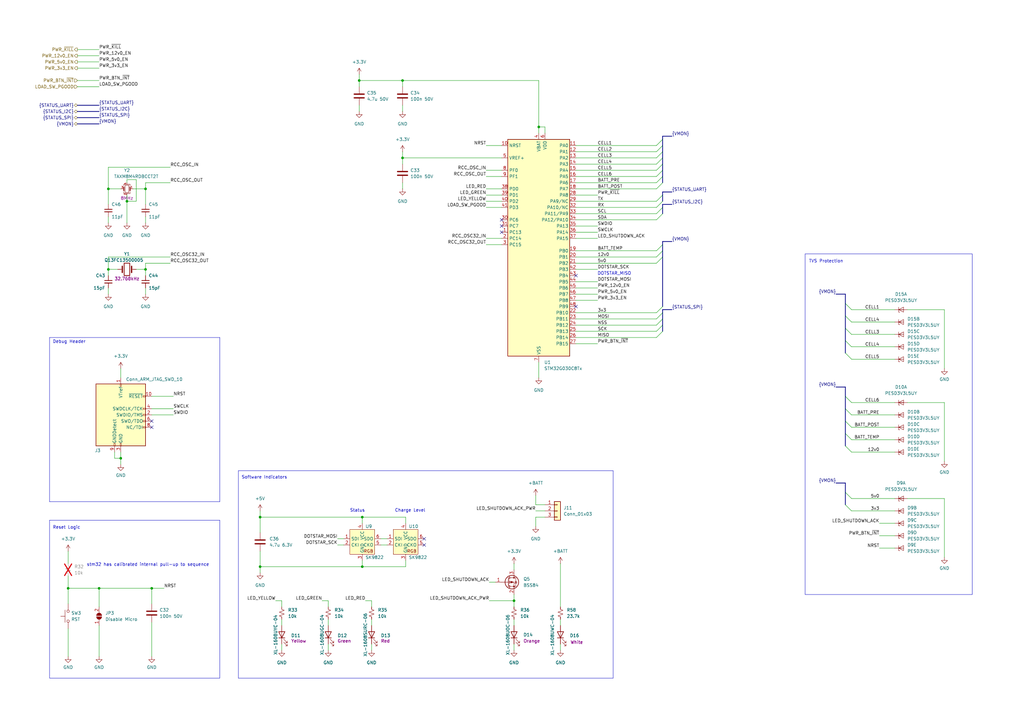
<source format=kicad_sch>
(kicad_sch (version 20231120) (generator "eeschema") (generator_version "8.0")
  (paper "A3")
  (lib_symbols
    (symbol "AT-LED:SK9822"
      (property "Reference" "U" (at 1.27 6.35 0))
      (property "Value" "SK9822" (at 5.08 -6.35 0))
      (symbol "SK9822_0_0"
        (text "RGB" (at 2.54 -3.81 0) (effects (font (size 1.27 1.27))))
      )
      (symbol "SK9822_1_1"
        (pin input line (at -7.62 1.27 0) (length 2.54) (name "SDI") (number "1"))
        (pin input line (at -7.62 -1.27 0) (length 2.54) (name "CKI") (number "2"))
        (pin power_in line (at 0 -7.62 90) (length 2.54) (name "GND") (number "3"))
        (pin power_in line (at 0 7.62 270) (length 2.54) (name "VCC") (number "4"))
        (pin output line (at 7.62 -1.27 180) (length 2.54) (name "CKO") (number "5"))
        (pin output line (at 7.62 1.27 180) (length 2.54) (name "SDO") (number "6"))
      )
    )
    (symbol "Connector:Conn_ARM_JTAG_SWD_10" (pin_names (offset 1.016))
      (property "Reference" "J" (at -2.54 16.51 0))
      (property "Value" "Conn_ARM_JTAG_SWD_10" (at -2.54 13.97 0))
      (symbol "Conn_ARM_JTAG_SWD_10_1_1"
        (pin power_in line (at 0 15.24 270) (length 2.54) (name "VTref") (number "1"))
        (pin open_collector line (at 12.7 7.62 180) (length 2.54) (name "~{RESET}") (number "10"))
        (pin bidirectional line (at 12.7 0 180) (length 2.54) (name "SWDIO/TMS") (number "2"))
        (pin power_in line (at 0 -15.24 90) (length 2.54) (name "GND") (number "3"))
        (pin output line (at 12.7 2.54 180) (length 2.54) (name "SWDCLK/TCK") (number "4"))
        (pin passive line (at 0 -15.24 90) (length 2.54) hide (name "GND") (number "5"))
        (pin input line (at 12.7 -2.54 180) (length 2.54) (name "SWO/TDO") (number "6"))
        (pin no_connect line (at -10.16 0 0) (length 2.54) hide (name "KEY") (number "7"))
        (pin output line (at 12.7 -5.08 180) (length 2.54) (name "NC/TDI") (number "8"))
        (pin passive line (at -2.54 -15.24 90) (length 2.54) (name "GNDDetect") (number "9"))
      )
    )
    (symbol "Connector_Generic:Conn_01x03" (pin_names (offset 1.016) hide)
      (property "Reference" "J" (at 0 5.08 0))
      (property "Value" "Conn_01x03" (at 0 -5.08 0))
      (symbol "Conn_01x03_1_1"
        (pin passive line (at -5.08 2.54 0) (length 3.81) (name "Pin_1") (number "1"))
        (pin passive line (at -5.08 0 0) (length 3.81) (name "Pin_2") (number "2"))
        (pin passive line (at -5.08 -2.54 0) (length 3.81) (name "Pin_3") (number "3"))
      )
    )
    (symbol "Device:C" (pin_numbers hide) (pin_names (offset 0.254))
      (property "Reference" "C" (at 0.635 2.54 0))
      (property "Value" "C" (at 0.635 -2.54 0))
      (symbol "C_1_1"
        (pin passive line (at 0 3.81 270) (length 2.794) (name "~") (number "1"))
        (pin passive line (at 0 -3.81 90) (length 2.794) (name "~") (number "2"))
      )
    )
    (symbol "Device:C_Small" (pin_numbers hide) (pin_names (offset 0.254) hide)
      (property "Reference" "C" (at 0.254 1.778 0))
      (property "Value" "C_Small" (at 0.254 -2.032 0))
      (symbol "C_Small_1_1"
        (pin passive line (at 0 2.54 270) (length 2.032) (name "~") (number "1"))
        (pin passive line (at 0 -2.54 90) (length 2.032) (name "~") (number "2"))
      )
    )
    (symbol "Device:Crystal" (pin_numbers hide) (pin_names (offset 1.016) hide)
      (property "Reference" "Y" (at 0 3.81 0))
      (property "Value" "Crystal" (at 0 -3.81 0))
      (symbol "Crystal_1_1"
        (pin passive line (at -3.81 0 0) (length 1.27) (name "1") (number "1"))
        (pin passive line (at 3.81 0 180) (length 1.27) (name "2") (number "2"))
      )
    )
    (symbol "Device:Crystal_GND24_Small" (pin_names (offset 1.016) hide)
      (property "Reference" "Y" (at 1.27 4.445 0))
      (property "Value" "Crystal_GND24_Small" (at 1.27 2.54 0))
      (symbol "Crystal_GND24_Small_1_1"
        (pin passive line (at -2.54 0 0) (length 1.27) (name "1") (number "1"))
        (pin passive line (at 0 -2.54 90) (length 0.635) (name "2") (number "2"))
        (pin passive line (at 2.54 0 180) (length 1.27) (name "3") (number "3"))
        (pin passive line (at 0 2.54 270) (length 0.635) (name "4") (number "4"))
      )
    )
    (symbol "Device:LED" (pin_numbers hide) (pin_names (offset 1.016) hide)
      (property "Reference" "D" (at 0 2.54 0))
      (property "Value" "LED" (at 0 -2.54 0))
      (symbol "LED_1_1"
        (pin passive line (at -3.81 0 0) (length 2.54) (name "K") (number "1"))
        (pin passive line (at 3.81 0 180) (length 2.54) (name "A") (number "2"))
      )
    )
    (symbol "Device:R_Small_US" (pin_numbers hide) (pin_names (offset 0.254) hide)
      (property "Reference" "R" (at 0.762 0.508 0))
      (property "Value" "R_Small_US" (at 0.762 -1.016 0))
      (symbol "R_Small_US_1_1"
        (pin passive line (at 0 2.54 270) (length 1.016) (name "~") (number "1"))
        (pin passive line (at 0 -2.54 90) (length 1.016) (name "~") (number "2"))
      )
    )
    (symbol "GND_1" (power) (pin_numbers hide) (pin_names (offset 0) hide)
      (property "Value" "GND" (at 0 -3.81 0))
      (symbol "GND_1_1_1"
        (pin power_in line (at 0 0 270) (length 0) (name "~") (number "1"))
      )
    )
    (symbol "Jumper:SolderJumper_2_Open" (pin_names (offset 0) hide)
      (property "Reference" "JP" (at 0 2.032 0))
      (property "Value" "SolderJumper_2_Open" (at 0 -2.54 0))
      (symbol "SolderJumper_2_Open_1_1"
        (pin passive line (at -3.81 0 0) (length 2.54) (name "A") (number "1"))
        (pin passive line (at 3.81 0 180) (length 2.54) (name "B") (number "2"))
      )
    )
    (symbol "MCU_ST_STM32G0:STM32G030C8Tx"
      (property "Reference" "U" (at -12.7 46.99 0))
      (property "Value" "STM32G030C8Tx" (at 5.08 46.99 0))
      (symbol "STM32G030C8Tx_1_1"
        (pin bidirectional line (at -15.24 7.62 0) (length 2.54) (name "PC13") (number "1"))
        (pin input line (at -15.24 43.18 0) (length 2.54) (name "NRST") (number "10"))
        (pin bidirectional line (at 15.24 43.18 180) (length 2.54) (name "PA0") (number "11"))
        (pin bidirectional line (at 15.24 40.64 180) (length 2.54) (name "PA1") (number "12"))
        (pin bidirectional line (at 15.24 38.1 180) (length 2.54) (name "PA2") (number "13"))
        (pin bidirectional line (at 15.24 35.56 180) (length 2.54) (name "PA3") (number "14"))
        (pin bidirectional line (at 15.24 33.02 180) (length 2.54) (name "PA4") (number "15"))
        (pin bidirectional line (at 15.24 30.48 180) (length 2.54) (name "PA5") (number "16"))
        (pin bidirectional line (at 15.24 27.94 180) (length 2.54) (name "PA6") (number "17"))
        (pin bidirectional line (at 15.24 25.4 180) (length 2.54) (name "PA7") (number "18"))
        (pin bidirectional line (at 15.24 0 180) (length 2.54) (name "PB0") (number "19"))
        (pin bidirectional line (at -15.24 5.08 0) (length 2.54) (name "PC14") (number "2"))
        (pin bidirectional line (at 15.24 -2.54 180) (length 2.54) (name "PB1") (number "20"))
        (pin bidirectional line (at 15.24 -5.08 180) (length 2.54) (name "PB2") (number "21"))
        (pin bidirectional line (at 15.24 -25.4 180) (length 2.54) (name "PB10") (number "22"))
        (pin bidirectional line (at 15.24 -27.94 180) (length 2.54) (name "PB11") (number "23"))
        (pin bidirectional line (at 15.24 -30.48 180) (length 2.54) (name "PB12") (number "24"))
        (pin bidirectional line (at 15.24 -33.02 180) (length 2.54) (name "PB13") (number "25"))
        (pin bidirectional line (at 15.24 -35.56 180) (length 2.54) (name "PB14") (number "26"))
        (pin bidirectional line (at 15.24 -38.1 180) (length 2.54) (name "PB15") (number "27"))
        (pin bidirectional line (at 15.24 22.86 180) (length 2.54) (name "PA8") (number "28"))
        (pin bidirectional line (at 15.24 20.32 180) (length 2.54) (name "PA9/NC") (number "29"))
        (pin bidirectional line (at -15.24 2.54 0) (length 2.54) (name "PC15") (number "3"))
        (pin bidirectional line (at -15.24 12.7 0) (length 2.54) (name "PC6") (number "30"))
        (pin bidirectional line (at -15.24 10.16 0) (length 2.54) (name "PC7") (number "31"))
        (pin bidirectional line (at 15.24 17.78 180) (length 2.54) (name "PA10/NC") (number "32"))
        (pin bidirectional line (at 15.24 15.24 180) (length 2.54) (name "PA11/PA9") (number "33"))
        (pin bidirectional line (at 15.24 12.7 180) (length 2.54) (name "PA12/PA10") (number "34"))
        (pin bidirectional line (at 15.24 10.16 180) (length 2.54) (name "PA13") (number "35"))
        (pin bidirectional line (at 15.24 7.62 180) (length 2.54) (name "PA14") (number "36"))
        (pin bidirectional line (at 15.24 5.08 180) (length 2.54) (name "PA15") (number "37"))
        (pin bidirectional line (at -15.24 25.4 0) (length 2.54) (name "PD0") (number "38"))
        (pin bidirectional line (at -15.24 22.86 0) (length 2.54) (name "PD1") (number "39"))
        (pin power_in line (at 0 48.26 270) (length 2.54) (name "VBAT") (number "4"))
        (pin bidirectional line (at -15.24 20.32 0) (length 2.54) (name "PD2") (number "40"))
        (pin bidirectional line (at -15.24 17.78 0) (length 2.54) (name "PD3") (number "41"))
        (pin bidirectional line (at 15.24 -7.62 180) (length 2.54) (name "PB3") (number "42"))
        (pin bidirectional line (at 15.24 -10.16 180) (length 2.54) (name "PB4") (number "43"))
        (pin bidirectional line (at 15.24 -12.7 180) (length 2.54) (name "PB5") (number "44"))
        (pin bidirectional line (at 15.24 -15.24 180) (length 2.54) (name "PB6") (number "45"))
        (pin bidirectional line (at 15.24 -17.78 180) (length 2.54) (name "PB7") (number "46"))
        (pin bidirectional line (at 15.24 -20.32 180) (length 2.54) (name "PB8") (number "47"))
        (pin bidirectional line (at 15.24 -22.86 180) (length 2.54) (name "PB9") (number "48"))
        (pin input line (at -15.24 38.1 0) (length 2.54) (name "VREF+") (number "5"))
        (pin power_in line (at 2.54 48.26 270) (length 2.54) (name "VDD") (number "6"))
        (pin power_in line (at 0 -45.72 90) (length 2.54) (name "VSS") (number "7"))
        (pin bidirectional line (at -15.24 33.02 0) (length 2.54) (name "PF0") (number "8"))
        (pin bidirectional line (at -15.24 30.48 0) (length 2.54) (name "PF1") (number "9"))
      )
    )
    (symbol "Power_Protection:PESD3V3L5UY" (pin_numbers hide) (pin_names hide)
      (property "Reference" "D" (at 0 2.54 0))
      (property "Value" "PESD3V3L5UY" (at 0 -2.54 0))
      (symbol "PESD3V3L5UY_1_1"
        (pin passive line (at -2.54 0 0) (length 2.54) (name "K1") (number "1"))
        (pin passive line (at 2.54 0 180) (length 2.54) (name "A") (number "2"))
      )
      (symbol "PESD3V3L5UY_2_1"
        (pin passive line (at -2.54 0 0) (length 2.54) (name "K2") (number "3"))
      )
      (symbol "PESD3V3L5UY_3_1"
        (pin passive line (at -2.54 0 0) (length 2.54) (name "K3") (number "4"))
      )
      (symbol "PESD3V3L5UY_4_1"
        (pin passive line (at -2.54 0 0) (length 2.54) (name "K4") (number "5"))
      )
      (symbol "PESD3V3L5UY_5_1"
        (pin passive line (at -2.54 0 0) (length 2.54) (name "K5") (number "6"))
      )
    )
    (symbol "Switch:SW_Push" (pin_numbers hide) (pin_names (offset 1.016) hide)
      (property "Reference" "SW" (at 1.27 2.54 0))
      (property "Value" "SW_Push" (at 0 -1.524 0))
      (symbol "SW_Push_0_1"
        (pin passive line (at -5.08 0 0) (length 2.54) (name "1") (number "1"))
        (pin passive line (at 5.08 0 180) (length 2.54) (name "2") (number "2"))
      )
    )
    (symbol "Transistor_FET:BSS84" (pin_names hide)
      (property "Reference" "Q" (at 5.08 1.905 0))
      (property "Value" "BSS84" (at 5.08 0 0))
      (symbol "BSS84_1_1"
        (pin input line (at -5.08 0 0) (length 2.54) (name "G") (number "1"))
        (pin passive line (at 2.54 -5.08 90) (length 2.54) (name "S") (number "2"))
        (pin passive line (at 2.54 5.08 270) (length 2.54) (name "D") (number "3"))
      )
    )
    (symbol "power:+3.3V" (power) (pin_numbers hide) (pin_names (offset 0) hide)
      (property "Value" "+3.3V" (at 0 3.556 0))
      (symbol "+3.3V_1_1"
        (pin power_in line (at 0 0 90) (length 0) (name "~") (number "1"))
      )
    )
    (symbol "power:+5V" (power) (pin_names (offset 0))
      (property "Value" "+5V" (at 0 3.556 0))
      (symbol "+5V_1_1"
        (pin power_in line (at 0 0 90) (length 0) hide (name "+5V") (number "1"))
      )
    )
    (symbol "power:+BATT" (power) (pin_numbers hide) (pin_names (offset 0) hide)
      (property "Value" "+BATT" (at 0 3.556 0))
      (symbol "+BATT_1_1"
        (pin power_in line (at 0 0 90) (length 0) (name "~") (number "1"))
      )
    )
    (symbol "power:GND" (power) (pin_names (offset 0))
      (property "Value" "GND" (at 0 -3.81 0))
      (symbol "GND_1_1"
        (pin power_in line (at 0 0 270) (length 0) hide (name "GND") (number "1"))
      )
    )
  )
  (bus_alias "BATT_BALANCE" (members "CELL1" "CELL2" "CELL3" "CELL4" "CELL5" "CELL6"))
  (bus_alias "STATUS_I2C" (members "SDA" "SCL"))
  (bus_alias "STATUS_SPI" (members "MOSI" "MISO" "SCK" "NSS"))
  (bus_alias "STATUS_UART" (members "RX" "TX"))
  (bus_alias "VMON" (members "CELL1" "CELL2" "CELL3" "CELL4" "CELL5" "CELL6" "12v0" "5v0" "3v3" "BATT_PRE" "BATT_POST" "BATT_TEMP"))
  (junction (at 147.32 33.02))
  (junction (at 59.69 77.47))
  (junction (at 62.23 241.3))
  (junction (at 210.82 246.38))
  (junction (at 52.07 82.55))
  (junction (at 27.94 241.3))
  (junction (at 165.1 33.02))
  (junction (at 49.53 187.96))
  (junction (at 44.45 110.49))
  (junction (at 148.59 212.09))
  (junction (at 40.64 241.3))
  (junction (at 59.69 110.49))
  (junction (at 106.68 232.41))
  (junction (at 165.1 64.77))
  (junction (at 148.59 232.41))
  (junction (at 106.68 212.09))
  (junction (at 44.45 77.47))
  (junction (at 220.98 52.07))
  (no_connect (at 236.22 125.73))
  (no_connect (at 205.74 92.71))
  (no_connect (at 205.74 90.17))
  (no_connect (at 62.23 172.72))
  (no_connect (at 173.99 220.98))
  (no_connect (at 62.23 175.26))
  (no_connect (at 236.22 113.03))
  (no_connect (at 205.74 95.25))
  (no_connect (at 173.99 223.52))
  (bus_entry (at 271.78 133.35) (size -2.54 2.54))
  (bus_entry (at 271.78 105.41) (size -2.54 2.54))
  (bus_entry (at 271.78 59.69) (size -2.54 2.54))
  (bus_entry (at 271.78 87.63) (size -2.54 2.54))
  (bus_entry (at 346.71 167.64) (size 2.54 2.54))
  (bus_entry (at 271.78 80.01) (size -2.54 2.54))
  (bus_entry (at 271.78 74.93) (size -2.54 2.54))
  (bus_entry (at 271.78 135.89) (size -2.54 2.54))
  (bus_entry (at 271.78 57.15) (size -2.54 2.54))
  (bus_entry (at 271.78 102.87) (size -2.54 2.54))
  (bus_entry (at 346.71 177.8) (size 2.54 2.54))
  (bus_entry (at 346.71 172.72) (size 2.54 2.54))
  (bus_entry (at 346.71 162.56) (size 2.54 2.54))
  (bus_entry (at 346.71 201.93) (size 2.54 2.54))
  (bus_entry (at 271.78 72.39) (size -2.54 2.54))
  (bus_entry (at 271.78 85.09) (size -2.54 2.54))
  (bus_entry (at 346.71 134.62) (size 2.54 2.54))
  (bus_entry (at 346.71 144.78) (size 2.54 2.54))
  (bus_entry (at 346.71 124.46) (size 2.54 2.54))
  (bus_entry (at 271.78 64.77) (size -2.54 2.54))
  (bus_entry (at 346.71 129.54) (size 2.54 2.54))
  (bus_entry (at 271.78 82.55) (size -2.54 2.54))
  (bus_entry (at 271.78 62.23) (size -2.54 2.54))
  (bus_entry (at 346.71 207.01) (size 2.54 2.54))
  (bus_entry (at 271.78 100.33) (size -2.54 2.54))
  (bus_entry (at 271.78 125.73) (size -2.54 2.54))
  (bus_entry (at 271.78 67.31) (size -2.54 2.54))
  (bus_entry (at 346.71 139.7) (size 2.54 2.54))
  (bus_entry (at 271.78 69.85) (size -2.54 2.54))
  (bus_entry (at 271.78 128.27) (size -2.54 2.54))
  (bus_entry (at 271.78 130.81) (size -2.54 2.54))
  (bus_entry (at 346.71 182.88) (size 2.54 2.54))
  (bus (pts (xy 346.71 134.62) (xy 346.71 139.7)))
  (wire (pts (xy 349.25 127) (xy 367.03 127)))
  (bus (pts (xy 271.78 57.15) (xy 271.78 59.69)))
  (wire (pts (xy 31.75 22.86) (xy 40.64 22.86)))
  (wire (pts (xy 223.52 52.07) (xy 223.52 54.61)))
  (bus (pts (xy 31.75 48.26) (xy 40.64 48.26)))
  (wire (pts (xy 152.4 246.38) (xy 152.4 248.92)))
  (wire (pts (xy 199.39 80.01) (xy 205.74 80.01)))
  (wire (pts (xy 40.64 241.3) (xy 40.64 248.92)))
  (wire (pts (xy 152.4 264.16) (xy 152.4 266.7)))
  (wire (pts (xy 149.86 246.38) (xy 152.4 246.38)))
  (wire (pts (xy 31.75 33.02) (xy 40.64 33.02)))
  (bus (pts (xy 271.78 100.33) (xy 271.78 102.87)))
  (wire (pts (xy 199.39 72.39) (xy 205.74 72.39)))
  (wire (pts (xy 27.94 226.06) (xy 27.94 231.14)))
  (wire (pts (xy 372.11 165.1) (xy 387.35 165.1)))
  (bus (pts (xy 342.9 120.65) (xy 346.71 120.65)))
  (wire (pts (xy 49.53 187.96) (xy 49.53 190.5)))
  (wire (pts (xy 219.71 209.55) (xy 223.52 209.55)))
  (wire (pts (xy 219.71 207.01) (xy 223.52 207.01)))
  (wire (pts (xy 55.88 82.55) (xy 52.07 82.55)))
  (wire (pts (xy 31.75 20.32) (xy 40.64 20.32)))
  (wire (pts (xy 223.52 52.07) (xy 220.98 52.07)))
  (wire (pts (xy 59.69 118.11) (xy 59.69 120.65)))
  (wire (pts (xy 236.22 140.97) (xy 245.11 140.97)))
  (polyline (pts (xy 97.79 278.13) (xy 251.46 278.13)))
  (wire (pts (xy 49.53 185.42) (xy 49.53 187.96)))
  (bus (pts (xy 346.71 162.56) (xy 346.71 167.64)))
  (wire (pts (xy 40.64 241.3) (xy 27.94 241.3)))
  (wire (pts (xy 62.23 162.56) (xy 71.12 162.56)))
  (wire (pts (xy 349.25 142.24) (xy 367.03 142.24)))
  (bus (pts (xy 271.78 85.09) (xy 271.78 87.63)))
  (wire (pts (xy 148.59 212.09) (xy 148.59 214.63)))
  (wire (pts (xy 236.22 105.41) (xy 269.24 105.41)))
  (bus (pts (xy 271.78 55.88) (xy 271.78 57.15)))
  (wire (pts (xy 134.62 254) (xy 134.62 256.54)))
  (wire (pts (xy 46.99 187.96) (xy 49.53 187.96)))
  (wire (pts (xy 372.11 127) (xy 387.35 127)))
  (wire (pts (xy 349.25 132.08) (xy 367.03 132.08)))
  (wire (pts (xy 27.94 236.22) (xy 27.94 241.3)))
  (wire (pts (xy 31.75 25.4) (xy 40.64 25.4)))
  (wire (pts (xy 229.87 254) (xy 229.87 256.54)))
  (bus (pts (xy 271.78 72.39) (xy 271.78 74.93)))
  (wire (pts (xy 205.74 64.77) (xy 165.1 64.77)))
  (wire (pts (xy 48.26 110.49) (xy 44.45 110.49)))
  (wire (pts (xy 147.32 33.02) (xy 147.32 35.56)))
  (wire (pts (xy 199.39 100.33) (xy 205.74 100.33)))
  (wire (pts (xy 349.25 137.16) (xy 367.03 137.16)))
  (wire (pts (xy 49.53 77.47) (xy 44.45 77.47)))
  (wire (pts (xy 349.25 170.18) (xy 367.03 170.18)))
  (wire (pts (xy 236.22 95.25) (xy 245.11 95.25)))
  (wire (pts (xy 236.22 107.95) (xy 269.24 107.95)))
  (wire (pts (xy 113.03 246.38) (xy 115.57 246.38)))
  (wire (pts (xy 44.45 110.49) (xy 44.45 113.03)))
  (wire (pts (xy 229.87 231.14) (xy 229.87 248.92)))
  (wire (pts (xy 199.39 85.09) (xy 205.74 85.09)))
  (wire (pts (xy 236.22 92.71) (xy 245.11 92.71)))
  (bus (pts (xy 271.78 128.27) (xy 271.78 130.81)))
  (wire (pts (xy 199.39 82.55) (xy 205.74 82.55)))
  (wire (pts (xy 134.62 264.16) (xy 134.62 266.7)))
  (bus (pts (xy 271.78 78.74) (xy 271.78 80.01)))
  (wire (pts (xy 349.25 175.26) (xy 367.03 175.26)))
  (wire (pts (xy 236.22 110.49) (xy 245.11 110.49)))
  (wire (pts (xy 236.22 97.79) (xy 245.11 97.79)))
  (wire (pts (xy 44.45 105.41) (xy 69.85 105.41)))
  (wire (pts (xy 62.23 255.27) (xy 62.23 269.24)))
  (wire (pts (xy 148.59 212.09) (xy 166.37 212.09)))
  (wire (pts (xy 200.66 238.76) (xy 203.2 238.76)))
  (wire (pts (xy 59.69 110.49) (xy 59.69 107.95)))
  (bus (pts (xy 346.71 129.54) (xy 346.71 134.62)))
  (wire (pts (xy 106.68 209.55) (xy 106.68 212.09)))
  (wire (pts (xy 106.68 232.41) (xy 148.59 232.41)))
  (bus (pts (xy 271.78 127) (xy 271.78 128.27)))
  (wire (pts (xy 62.23 170.18) (xy 71.12 170.18)))
  (wire (pts (xy 236.22 90.17) (xy 269.24 90.17)))
  (wire (pts (xy 106.68 226.06) (xy 106.68 232.41)))
  (wire (pts (xy 132.08 246.38) (xy 134.62 246.38)))
  (bus (pts (xy 271.78 133.35) (xy 271.78 135.89)))
  (polyline (pts (xy 251.46 193.04) (xy 251.46 278.13)))
  (wire (pts (xy 223.52 212.09) (xy 219.71 212.09)))
  (bus (pts (xy 346.71 177.8) (xy 346.71 182.88)))
  (wire (pts (xy 44.45 68.58) (xy 44.45 77.47)))
  (wire (pts (xy 59.69 83.82) (xy 59.69 77.47)))
  (wire (pts (xy 219.71 212.09) (xy 219.71 215.9)))
  (wire (pts (xy 52.07 82.55) (xy 52.07 91.44)))
  (wire (pts (xy 236.22 64.77) (xy 269.24 64.77)))
  (wire (pts (xy 210.82 243.84) (xy 210.82 246.38)))
  (wire (pts (xy 349.25 209.55) (xy 367.03 209.55)))
  (wire (pts (xy 236.22 118.11) (xy 245.11 118.11)))
  (wire (pts (xy 236.22 85.09) (xy 269.24 85.09)))
  (wire (pts (xy 59.69 110.49) (xy 59.69 113.03)))
  (wire (pts (xy 31.75 27.94) (xy 40.64 27.94)))
  (wire (pts (xy 165.1 74.93) (xy 165.1 77.47)))
  (wire (pts (xy 62.23 241.3) (xy 67.31 241.3)))
  (wire (pts (xy 220.98 33.02) (xy 165.1 33.02)))
  (wire (pts (xy 236.22 62.23) (xy 269.24 62.23)))
  (bus (pts (xy 31.75 43.18) (xy 40.64 43.18)))
  (wire (pts (xy 349.25 185.42) (xy 367.03 185.42)))
  (wire (pts (xy 220.98 148.59) (xy 220.98 154.94)))
  (bus (pts (xy 271.78 67.31) (xy 271.78 69.85)))
  (bus (pts (xy 342.9 198.12) (xy 346.71 198.12)))
  (wire (pts (xy 158.75 220.98) (xy 156.21 220.98)))
  (wire (pts (xy 165.1 33.02) (xy 165.1 35.56)))
  (wire (pts (xy 219.71 203.2) (xy 219.71 207.01)))
  (wire (pts (xy 138.43 220.98) (xy 140.97 220.98)))
  (wire (pts (xy 236.22 128.27) (xy 269.24 128.27)))
  (bus (pts (xy 346.71 120.65) (xy 346.71 124.46)))
  (wire (pts (xy 148.59 232.41) (xy 166.37 232.41)))
  (wire (pts (xy 59.69 88.9) (xy 59.69 91.44)))
  (wire (pts (xy 236.22 123.19) (xy 245.11 123.19)))
  (bus (pts (xy 275.59 127) (xy 271.78 127)))
  (wire (pts (xy 165.1 33.02) (xy 147.32 33.02)))
  (wire (pts (xy 52.07 82.55) (xy 52.07 80.01)))
  (wire (pts (xy 52.07 73.66) (xy 55.88 73.66)))
  (bus (pts (xy 271.78 130.81) (xy 271.78 133.35)))
  (wire (pts (xy 147.32 43.18) (xy 147.32 45.72)))
  (bus (pts (xy 342.9 158.75) (xy 346.71 158.75)))
  (polyline (pts (xy 20.32 138.43) (xy 20.32 205.74)))
  (wire (pts (xy 62.23 167.64) (xy 71.12 167.64)))
  (wire (pts (xy 59.69 77.47) (xy 59.69 74.93)))
  (wire (pts (xy 158.75 223.52) (xy 156.21 223.52)))
  (bus (pts (xy 271.78 59.69) (xy 271.78 62.23)))
  (wire (pts (xy 349.25 165.1) (xy 367.03 165.1)))
  (wire (pts (xy 165.1 64.77) (xy 165.1 67.31)))
  (wire (pts (xy 236.22 82.55) (xy 269.24 82.55)))
  (wire (pts (xy 372.11 204.47) (xy 387.35 204.47)))
  (wire (pts (xy 27.94 241.3) (xy 27.94 247.65)))
  (wire (pts (xy 115.57 254) (xy 115.57 256.54)))
  (wire (pts (xy 152.4 254) (xy 152.4 256.54)))
  (wire (pts (xy 349.25 147.32) (xy 367.03 147.32)))
  (wire (pts (xy 49.53 151.13) (xy 49.53 154.94)))
  (wire (pts (xy 220.98 54.61) (xy 220.98 52.07)))
  (bus (pts (xy 346.71 124.46) (xy 346.71 129.54)))
  (wire (pts (xy 148.59 229.87) (xy 148.59 232.41)))
  (polyline (pts (xy 20.32 138.43) (xy 90.17 138.43)))
  (wire (pts (xy 210.82 256.54) (xy 210.82 254)))
  (wire (pts (xy 115.57 246.38) (xy 115.57 248.92)))
  (polyline (pts (xy 90.17 138.43) (xy 90.17 205.74)))
  (wire (pts (xy 210.82 246.38) (xy 210.82 248.92)))
  (wire (pts (xy 59.69 74.93) (xy 69.85 74.93)))
  (wire (pts (xy 236.22 87.63) (xy 269.24 87.63)))
  (wire (pts (xy 44.45 68.58) (xy 69.85 68.58)))
  (wire (pts (xy 236.22 67.31) (xy 269.24 67.31)))
  (wire (pts (xy 236.22 130.81) (xy 269.24 130.81)))
  (bus (pts (xy 31.75 45.72) (xy 40.64 45.72)))
  (bus (pts (xy 271.78 80.01) (xy 271.78 82.55)))
  (bus (pts (xy 346.71 198.12) (xy 346.71 201.93)))
  (wire (pts (xy 199.39 97.79) (xy 205.74 97.79)))
  (wire (pts (xy 44.45 88.9) (xy 44.45 91.44)))
  (polyline (pts (xy 251.46 193.04) (xy 97.79 193.04)))
  (wire (pts (xy 236.22 80.01) (xy 245.11 80.01)))
  (wire (pts (xy 46.99 185.42) (xy 46.99 187.96)))
  (wire (pts (xy 55.88 110.49) (xy 59.69 110.49)))
  (wire (pts (xy 54.61 77.47) (xy 59.69 77.47)))
  (wire (pts (xy 40.64 241.3) (xy 62.23 241.3)))
  (wire (pts (xy 115.57 264.16) (xy 115.57 266.7)))
  (polyline (pts (xy 90.17 205.74) (xy 20.32 205.74)))
  (bus (pts (xy 271.78 62.23) (xy 271.78 64.77)))
  (bus (pts (xy 271.78 102.87) (xy 271.78 105.41)))
  (bus (pts (xy 275.59 99.06) (xy 271.78 99.06)))
  (wire (pts (xy 387.35 127) (xy 387.35 151.13)))
  (bus (pts (xy 271.78 99.06) (xy 271.78 100.33)))
  (wire (pts (xy 138.43 223.52) (xy 140.97 223.52)))
  (wire (pts (xy 27.94 257.81) (xy 27.94 269.24)))
  (wire (pts (xy 199.39 59.69) (xy 205.74 59.69)))
  (wire (pts (xy 236.22 74.93) (xy 269.24 74.93)))
  (bus (pts (xy 271.78 105.41) (xy 271.78 125.73)))
  (bus (pts (xy 271.78 64.77) (xy 271.78 67.31)))
  (wire (pts (xy 44.45 118.11) (xy 44.45 120.65)))
  (wire (pts (xy 387.35 204.47) (xy 387.35 228.6)))
  (wire (pts (xy 134.62 246.38) (xy 134.62 248.92)))
  (bus (pts (xy 346.71 172.72) (xy 346.71 177.8)))
  (wire (pts (xy 166.37 212.09) (xy 166.37 214.63)))
  (wire (pts (xy 349.25 180.34) (xy 367.03 180.34)))
  (wire (pts (xy 44.45 110.49) (xy 44.45 105.41)))
  (bus (pts (xy 275.59 55.88) (xy 271.78 55.88)))
  (wire (pts (xy 360.68 219.71) (xy 367.03 219.71)))
  (bus (pts (xy 346.71 201.93) (xy 346.71 207.01)))
  (wire (pts (xy 59.69 107.95) (xy 69.85 107.95)))
  (wire (pts (xy 166.37 229.87) (xy 166.37 232.41)))
  (wire (pts (xy 52.07 74.93) (xy 52.07 73.66)))
  (wire (pts (xy 236.22 115.57) (xy 245.11 115.57)))
  (wire (pts (xy 62.23 241.3) (xy 62.23 247.65)))
  (wire (pts (xy 236.22 69.85) (xy 269.24 69.85)))
  (polyline (pts (xy 97.79 193.04) (xy 97.79 278.13)))
  (wire (pts (xy 210.82 231.14) (xy 210.82 233.68)))
  (wire (pts (xy 55.88 73.66) (xy 55.88 82.55)))
  (wire (pts (xy 220.98 52.07) (xy 220.98 33.02)))
  (bus (pts (xy 346.71 139.7) (xy 346.71 144.78)))
  (bus (pts (xy 271.78 69.85) (xy 271.78 72.39)))
  (wire (pts (xy 165.1 62.23) (xy 165.1 64.77)))
  (bus (pts (xy 275.59 78.74) (xy 271.78 78.74)))
  (wire (pts (xy 367.03 214.63) (xy 360.68 214.63)))
  (wire (pts (xy 40.64 35.56) (xy 31.75 35.56)))
  (wire (pts (xy 236.22 120.65) (xy 245.11 120.65)))
  (wire (pts (xy 387.35 165.1) (xy 387.35 189.23)))
  (wire (pts (xy 199.39 77.47) (xy 205.74 77.47)))
  (wire (pts (xy 236.22 59.69) (xy 269.24 59.69)))
  (wire (pts (xy 236.22 138.43) (xy 269.24 138.43)))
  (wire (pts (xy 106.68 232.41) (xy 106.68 234.95)))
  (wire (pts (xy 200.66 246.38) (xy 210.82 246.38)))
  (wire (pts (xy 236.22 77.47) (xy 269.24 77.47)))
  (wire (pts (xy 147.32 30.48) (xy 147.32 33.02)))
  (bus (pts (xy 275.59 83.82) (xy 271.78 83.82)))
  (wire (pts (xy 367.03 224.79) (xy 360.68 224.79)))
  (bus (pts (xy 271.78 83.82) (xy 271.78 85.09)))
  (bus (pts (xy 346.71 158.75) (xy 346.71 162.56)))
  (wire (pts (xy 236.22 135.89) (xy 269.24 135.89)))
  (wire (pts (xy 165.1 43.18) (xy 165.1 45.72)))
  (wire (pts (xy 210.82 264.16) (xy 210.82 266.7)))
  (wire (pts (xy 236.22 133.35) (xy 269.24 133.35)))
  (wire (pts (xy 44.45 77.47) (xy 44.45 83.82)))
  (bus (pts (xy 31.75 50.8) (xy 40.64 50.8)))
  (wire (pts (xy 106.68 212.09) (xy 106.68 218.44)))
  (wire (pts (xy 40.64 256.54) (xy 40.64 269.24)))
  (bus (pts (xy 346.71 167.64) (xy 346.71 172.72)))
  (wire (pts (xy 349.25 204.47) (xy 367.03 204.47)))
  (wire (pts (xy 236.22 102.87) (xy 269.24 102.87)))
  (wire (pts (xy 229.87 264.16) (xy 229.87 266.7)))
  (wire (pts (xy 199.39 69.85) (xy 205.74 69.85)))
  (wire (pts (xy 106.68 212.09) (xy 148.59 212.09)))
  (wire (pts (xy 236.22 72.39) (xy 269.24 72.39)))
  (rectangle (start 330.2 104.14) (end 398.78 243.84))
  (rectangle (start 20.32 213.36) (end 90.17 278.13))
  (text "Charge Level" (at 161.925 210.185 0) (effects (font (size 1.27 1.27)) (justify left bottom)))
  (text "Reset Logic" (at 21.59 217.17 0) (effects (font (size 1.27 1.27)) (justify left bottom)))
  (text "stm32 has calibrated internal pull-up to sequence" (at 35.56 232.41 0) (effects (font (size 1.27 1.27)) (justify left bottom)))
  (text "TVS Protection" (at 331.724 107.95 0) (effects (font (size 1.27 1.27)) (justify left bottom)))
  (text "Status" (at 143.51 210.185 0) (effects (font (size 1.27 1.27)) (justify left bottom)))
  (text "Software Indicators" (at 99.06 196.596 0) (effects (font (size 1.27 1.27)) (justify left bottom)))
  (text "Debug Header" (at 21.59 140.97 0) (effects (font (size 1.27 1.27)) (justify left bottom)))
  (text "DOTSTAR_MISO" (at 251.968 112.268 0) (effects (font (size 1.27 1.27))))
  (label "LED_SHUTDOWN_ACK" (at 245.11 97.79 0))
  (label "BATT_POST" (at 360.68 175.26 180))
  (label "12v0" (at 245.11 105.41 0))
  (label "PWR_12v0_EN" (at 245.11 118.11 0))
  (label "CELL4" (at 360.68 132.08 180))
  (label "3v3" (at 245.11 128.27 0))
  (label "MOSI" (at 245.11 130.81 0))
  (label "DOTSTAR_MOSI" (at 245.11 115.57 0))
  (label "CELL5" (at 360.68 147.32 180))
  (label "LED_RED" (at 149.86 246.38 180))
  (label "PWR_~{KILL}" (at 40.64 20.32 0))
  (label "LOAD_SW_PGOOD" (at 40.64 35.56 0))
  (label "RCC_OSC_OUT" (at 199.39 72.39 180))
  (label "CELL4" (at 360.68 142.24 180))
  (label "SWDIO" (at 71.12 170.18 0))
  (label "{STATUS_UART}" (at 275.59 78.74 0))
  (label "{STATUS_I2C}" (at 275.59 83.82 0))
  (label "PWR_BTN_~{INT}" (at 40.64 33.02 0))
  (label "DOTSTAR_SCK" (at 138.43 223.52 180))
  (label "BATT_POST" (at 245.11 77.47 0))
  (label "{VMON}" (at 342.9 158.75 180))
  (label "RCC_OSC32_OUT" (at 69.85 107.95 0))
  (label "SWCLK" (at 71.12 167.64 0))
  (label "CELL5" (at 245.11 69.85 0))
  (label "RCC_OSC32_IN" (at 69.85 105.41 0))
  (label "MISO" (at 245.11 138.43 0))
  (label "{VMON}" (at 342.9 198.12 180))
  (label "CELL3" (at 245.11 64.77 0))
  (label "{STATUS_I2C}" (at 40.64 45.72 0))
  (label "DOTSTAR_SCK" (at 245.11 110.49 0))
  (label "TX" (at 245.11 82.55 0))
  (label "LED_SHUTDOWN_ACK" (at 200.66 238.76 180))
  (label "CELL3" (at 360.68 137.16 180))
  (label "NRST" (at 199.39 59.69 180))
  (label "SWCLK" (at 245.11 95.25 0))
  (label "SCK" (at 245.11 135.89 0))
  (label "PWR_3v3_EN" (at 40.64 27.94 0))
  (label "NRST" (at 67.31 241.3 0))
  (label "BATT_PRE" (at 360.68 170.18 180))
  (label "LED_YELLOW" (at 113.03 246.38 180))
  (label "{VMON}" (at 275.59 99.06 0))
  (label "{VMON}" (at 342.9 120.65 180))
  (label "RX" (at 245.11 85.09 0))
  (label "{STATUS_SPI}" (at 40.64 48.26 0))
  (label "{STATUS_SPI}" (at 275.59 127 0))
  (label "{STATUS_UART}" (at 40.64 43.18 0))
  (label "PWR_BTN_~{INT}" (at 360.68 219.71 180))
  (label "SCL" (at 245.11 87.63 0))
  (label "LED_GREEN" (at 199.39 80.01 180))
  (label "PWR_BTN_~{INT}" (at 245.11 140.97 0))
  (label "LED_YELLOW" (at 199.39 82.55 180))
  (label "LED_SHUTDOWN_ACK_PWR" (at 200.66 246.38 180))
  (label "CELL2" (at 245.11 62.23 0))
  (label "CELL6" (at 360.68 165.1 180))
  (label "CELL1" (at 360.68 127 180))
  (label "BATT_PRE" (at 245.11 74.93 0))
  (label "DOTSTAR_MOSI" (at 138.43 220.98 180))
  (label "LED_RED" (at 199.39 77.47 180))
  (label "{VMON}" (at 40.64 50.8 0))
  (label "PWR_5v0_EN" (at 40.64 25.4 0))
  (label "RCC_OSC_OUT" (at 69.85 74.93 0))
  (label "LED_GREEN" (at 132.08 246.38 180))
  (label "NRST" (at 71.12 162.56 0))
  (label "PWR_12v0_EN" (at 40.64 22.86 0))
  (label "PWR_3v3_EN" (at 245.11 123.19 0))
  (label "LED_SHUTDOWN_ACK_PWR" (at 219.71 209.55 180))
  (label "RCC_OSC32_OUT" (at 199.39 100.33 180))
  (label "NRST" (at 360.68 224.79 180))
  (label "CELL1" (at 245.11 59.69 0))
  (label "PWR_5v0_EN" (at 245.11 120.65 0))
  (label "RCC_OSC_IN" (at 69.85 68.58 0))
  (label "NSS" (at 245.11 133.35 0))
  (label "CELL6" (at 245.11 72.39 0))
  (label "RCC_OSC32_IN" (at 199.39 97.79 180))
  (label "5v0" (at 360.68 204.47 180))
  (label "BATT_TEMP" (at 245.11 102.87 0))
  (label "PWR_~{KILL}" (at 245.11 80.01 0))
  (label "SDA" (at 245.11 90.17 0))
  (label "5v0" (at 245.11 107.95 0))
  (label "BATT_TEMP" (at 360.68 180.34 180))
  (label "SWDIO" (at 245.11 92.71 0))
  (label "LOAD_SW_PGOOD" (at 199.39 85.09 180))
  (label "{VMON}" (at 275.59 55.88 0))
  (label "12v0" (at 360.68 185.42 180))
  (label "CELL4" (at 245.11 67.31 0))
  (label "RCC_OSC_IN" (at 199.39 69.85 180))
  (label "3v3" (at 360.68 209.55 180))
  (label "LED_SHUTDOWN_ACK" (at 360.68 214.63 180))
  (hierarchical_label "LOAD_SW_PGOOD" (shape input) (at 31.75 35.56 180))
  (hierarchical_label "PWR_3v3_EN" (shape output) (at 31.75 27.94 180))
  (hierarchical_label "{STATUS_SPI}" (shape bidirectional) (at 31.75 48.26 180))
  (hierarchical_label "{STATUS_I2C}" (shape bidirectional) (at 31.75 45.72 180))
  (hierarchical_label "PWR_~{KILL}" (shape output) (at 31.75 20.32 180))
  (hierarchical_label "PWR_12v0_EN" (shape output) (at 31.75 22.86 180))
  (hierarchical_label "PWR_5v0_EN" (shape output) (at 31.75 25.4 180))
  (hierarchical_label "{VMON}" (shape bidirectional) (at 31.75 50.8 180))
  (hierarchical_label "PWR_BTN_~{INT}" (shape input) (at 31.75 33.02 180))
  (hierarchical_label "{STATUS_UART}" (shape bidirectional) (at 31.75 43.18 180))
  (symbol (lib_name "GND_1") (lib_id "power:GND") (at 147.32 45.72 0) (unit 1)
    (property "Reference" "#PWR069" (effects (hide yes)))
    (property "Value" "GND" (at 147.32 50.8 0))
    (property "Description" "Power symbol creates a global label with name \"GND\" , ground" (effects (hide yes)))
  )
  (symbol (lib_name "GND_1") (lib_id "power:GND") (at 165.1 45.72 0) (unit 1)
    (property "Reference" "#PWR070" (effects (hide yes)))
    (property "Value" "GND" (at 165.1 50.8 0))
    (property "Description" "Power symbol creates a global label with name \"GND\" , ground" (effects (hide yes)))
  )
  (symbol (lib_id "Power_Protection:PESD3V3L5UY") (at 369.57 165.1 0) (unit 1)
    (property "Reference" "D10" (at 369.57 158.75 0))
    (property "Value" "PESD3V3L5UY" (at 369.57 161.29 0))
    (property "Footprint" "Package_TO_SOT_SMD:SOT-363_SC-70-6" (effects (hide yes)))
    (property "Datasheet" "https://assets.nexperia.com/documents/data-sheet/PESDXL5UF_V_Y.pdf" (effects (hide yes)))
  )
  (symbol (lib_id "Power_Protection:PESD3V3L5UY") (at 369.57 142.24 0) (unit 4)
    (property "Reference" "D15" (at 372.11 140.97 0) (effects (justify left)))
    (property "Value" "PESD3V3L5UY" (at 372.11 143.51 0) (effects (justify left)))
    (property "Footprint" "Package_TO_SOT_SMD:SOT-363_SC-70-6" (effects (hide yes)))
    (property "Datasheet" "https://assets.nexperia.com/documents/data-sheet/PESDXL5UF_V_Y.pdf" (effects (hide yes)))
  )
  (symbol (lib_id "power:GND") (at 387.35 151.13 0) (unit 1)
    (property "Reference" "#PWR0100" (effects (hide yes)))
    (property "Value" "GND" (at 387.35 155.575 0))
  )
  (symbol (lib_id "Device:C") (at 165.1 39.37 0) (unit 1)
    (property "Reference" "C34" (at 168.275 38.0999 0) (effects (justify left)))
    (property "Value" "100n 50V" (at 168.275 40.6399 0) (effects (justify left)))
    (property "Footprint" "Capacitor_SMD:C_0402_1005Metric" (effects (hide yes)))
  )
  (symbol (lib_id "power:+3.3V") (at 49.53 151.13 0) (unit 1)
    (property "Reference" "#PWR060" (effects (hide yes)))
    (property "Value" "+3.3V" (at 49.53 146.05 0))
    (property "Description" "Power symbol creates a global label with name \"+3.3V\"" (effects (hide yes)))
  )
  (symbol (lib_name "GND_1") (lib_id "power:GND") (at 220.98 154.94 0) (unit 1)
    (property "Reference" "#PWR067" (effects (hide yes)))
    (property "Value" "GND" (at 220.98 160.02 0))
    (property "Description" "Power symbol creates a global label with name \"GND\" , ground" (effects (hide yes)))
  )
  (symbol (lib_id "power:GND") (at 44.45 120.65 0) (unit 1)
    (property "Reference" "#PWR0117" (effects (hide yes)))
    (property "Value" "GND" (at 44.45 125.73 0))
  )
  (symbol (lib_id "Device:Crystal") (at 52.07 110.49 0) (unit 1)
    (property "Reference" "Y1" (at 52.07 104.14 0))
    (property "Value" "Q13FC13500005" (at 50.8 106.68 0))
    (property "Footprint" "Crystal:Crystal_SMD_3215-2Pin_3.2x1.5mm" (effects (hide yes)))
    (property "Value2" "32.768kHz" (at 52.07 114.3 0))
  )
  (symbol (lib_id "Power_Protection:PESD3V3L5UY") (at 369.57 175.26 0) (unit 3)
    (property "Reference" "D10" (at 372.11 173.99 0) (effects (justify left)))
    (property "Value" "PESD3V3L5UY" (at 372.11 176.53 0) (effects (justify left)))
    (property "Footprint" "Package_TO_SOT_SMD:SOT-363_SC-70-6" (effects (hide yes)))
    (property "Datasheet" "https://assets.nexperia.com/documents/data-sheet/PESDXL5UF_V_Y.pdf" (effects (hide yes)))
  )
  (symbol (lib_id "Device:C_Small") (at 59.69 86.36 0) (unit 1)
    (property "Reference" "C45" (at 60.96 83.82 0) (effects (justify left)))
    (property "Value" "11pF" (at 60.96 88.9 0) (effects (justify left)))
    (property "Footprint" "Capacitor_SMD:C_0402_1005Metric" (effects (hide yes)))
  )
  (symbol (lib_id "power:+BATT") (at 229.87 231.14 0) (unit 1)
    (property "Reference" "#PWR0114" (effects (hide yes)))
    (property "Value" "+BATT" (at 229.87 226.06 0))
    (property "Description" "Power symbol creates a global label with name \"+BATT\"" (effects (hide yes)))
  )
  (symbol (lib_id "power:+BATT") (at 219.71 203.2 0) (unit 1)
    (property "Reference" "#PWR0116" (effects (hide yes)))
    (property "Value" "+BATT" (at 219.71 198.12 0))
    (property "Description" "Power symbol creates a global label with name \"+BATT\"" (effects (hide yes)))
  )
  (symbol (lib_id "Device:R_Small_US") (at 27.94 233.68 0) (unit 1) (in_bom no) (dnp yes)
    (property "Reference" "R32" (at 30.48 232.41 0) (effects (justify left)))
    (property "Value" "10k" (at 30.48 234.95 0) (effects (justify left)))
    (property "Footprint" "Resistor_SMD:R_0402_1005Metric" (effects (hide yes)))
  )
  (symbol (lib_id "power:GND") (at 59.69 120.65 0) (unit 1)
    (property "Reference" "#PWR0118" (effects (hide yes)))
    (property "Value" "GND" (at 59.69 125.73 0))
  )
  (symbol (lib_id "power:GND") (at 115.57 266.7 0) (unit 1)
    (property "Reference" "#PWR076" (effects (hide yes)))
    (property "Value" "GND" (at 115.57 271.78 0))
  )
  (symbol (lib_id "Device:R_Small_US") (at 115.57 251.46 0) (unit 1)
    (property "Reference" "R33" (at 118.11 250.1899 0) (effects (justify left)))
    (property "Value" "10k" (at 118.11 252.7299 0) (effects (justify left)))
    (property "Footprint" "Resistor_SMD:R_0402_1005Metric" (effects (hide yes)))
  )
  (symbol (lib_id "Switch:SW_Push") (at 27.94 252.73 90) (unit 1)
    (property "Reference" "SW3" (at 29.21 251.46 90) (effects (justify right)))
    (property "Value" "RST" (at 29.21 254 90) (effects (justify right)))
    (property "Footprint" "Button_Switch_SMD:SW_SPST_TL3305A" (effects (hide yes)))
  )
  (symbol (lib_id "Power_Protection:PESD3V3L5UY") (at 369.57 204.47 0) (unit 1)
    (property "Reference" "D9" (at 369.57 198.12 0))
    (property "Value" "PESD3V3L5UY" (at 369.57 200.66 0))
    (property "Footprint" "Package_TO_SOT_SMD:SOT-363_SC-70-6" (effects (hide yes)))
    (property "Datasheet" "https://assets.nexperia.com/documents/data-sheet/PESDXL5UF_V_Y.pdf" (effects (hide yes)))
  )
  (symbol (lib_id "Power_Protection:PESD3V3L5UY") (at 369.57 219.71 0) (unit 4)
    (property "Reference" "D9" (at 372.11 218.44 0) (effects (justify left)))
    (property "Value" "PESD3V3L5UY" (at 372.11 220.98 0) (effects (justify left)))
    (property "Footprint" "Package_TO_SOT_SMD:SOT-363_SC-70-6" (effects (hide yes)))
    (property "Datasheet" "https://assets.nexperia.com/documents/data-sheet/PESDXL5UF_V_Y.pdf" (effects (hide yes)))
  )
  (symbol (lib_id "Transistor_FET:BSS84") (at 208.28 238.76 0) (unit 1)
    (property "Reference" "Q5" (at 214.63 237.4899 0) (effects (justify left)))
    (property "Value" "BSS84" (at 214.63 240.0299 0) (effects (justify left)))
    (property "Footprint" "Package_TO_SOT_SMD:SOT-23" (effects (hide yes)))
    (property "Datasheet" "http://assets.nexperia.com/documents/data-sheet/BSS84.pdf" (effects (hide yes)))
    (property "Description" "-0.13A Id, -50V Vds, P-Channel MOSFET, SOT-23" (effects (hide yes)))
  )
  (symbol (lib_id "power:GND") (at 210.82 266.7 0) (unit 1)
    (property "Reference" "#PWR079" (effects (hide yes)))
    (property "Value" "GND" (at 210.82 271.78 0))
  )
  (symbol (lib_id "Power_Protection:PESD3V3L5UY") (at 369.57 147.32 0) (unit 5)
    (property "Reference" "D15" (at 372.11 146.05 0) (effects (justify left)))
    (property "Value" "PESD3V3L5UY" (at 372.11 148.59 0) (effects (justify left)))
    (property "Footprint" "Package_TO_SOT_SMD:SOT-363_SC-70-6" (effects (hide yes)))
    (property "Datasheet" "https://assets.nexperia.com/documents/data-sheet/PESDXL5UF_V_Y.pdf" (effects (hide yes)))
  )
  (symbol (lib_id "Device:LED") (at 152.4 260.35 90) (unit 1)
    (property "Reference" "D13" (at 156.21 260.6674 90) (effects (justify right)))
    (property "Value" "XL-1608SURC-06" (at 149.86 260.35 0))
    (property "Footprint" "AT-LED:LED0603" (effects (hide yes)))
    (property "Value2" "Red" (at 156.21 262.89 90) (effects (justify right)))
  )
  (symbol (lib_id "power:GND") (at 40.64 269.24 0) (unit 1)
    (property "Reference" "#PWR065" (effects (hide yes)))
    (property "Value" "GND" (at 40.64 273.685 0))
  )
  (symbol (lib_id "Connector:Conn_ARM_JTAG_SWD_10") (at 49.53 170.18 0) (unit 1)
    (property "Reference" "J3" (at 41.275 184.785 0) (effects (justify right)))
    (property "Value" "Conn_ARM_JTAG_SWD_10" (at 74.93 155.575 0) (effects (justify right)))
    (property "Footprint" "AT-Connectors:Samtec-2x5pin-0.5mm" (effects (hide yes)))
    (property "Datasheet" "http://infocenter.arm.com/help/topic/com.arm.doc.ddi0314h/DDI0314H_coresight_components_trm.pdf" (effects (hide yes)))
  )
  (symbol (lib_id "Power_Protection:PESD3V3L5UY") (at 369.57 224.79 0) (unit 5)
    (property "Reference" "D9" (at 372.11 223.52 0) (effects (justify left)))
    (property "Value" "PESD3V3L5UY" (at 372.11 226.06 0) (effects (justify left)))
    (property "Footprint" "Package_TO_SOT_SMD:SOT-363_SC-70-6" (effects (hide yes)))
    (property "Datasheet" "https://assets.nexperia.com/documents/data-sheet/PESDXL5UF_V_Y.pdf" (effects (hide yes)))
  )
  (symbol (lib_id "AT-LED:SK9822") (at 148.59 222.25 0) (unit 1)
    (property "Reference" "U9" (at 149.86 215.9 0) (effects (justify left)))
    (property "Value" "SK9822" (at 149.86 228.6 0) (effects (justify left)))
    (property "Footprint" "AT-LED:SK9822" (effects (hide yes)))
    (property "Datasheet" "https://cdn-shop.adafruit.com/product-files/2343/SK9822_SHIJI.pdf" (effects (hide yes)))
  )
  (symbol (lib_id "Connector_Generic:Conn_01x03") (at 228.6 209.55 0) (unit 1)
    (property "Reference" "J11" (at 231.14 208.2799 0) (effects (justify left)))
    (property "Value" "Conn_01x03" (at 231.14 210.8199 0) (effects (justify left)))
    (property "Footprint" "Connector_JST:JST_SH_SM03B-SRSS-TB_1x03-1MP_P1.00mm_Horizontal" (effects (hide yes)))
    (property "Description" "Generic connector, single row, 01x03, script generated (kicad-library-utils/schlib/autogen/connector/)" (effects (hide yes)))
  )
  (symbol (lib_id "Power_Protection:PESD3V3L5UY") (at 369.57 137.16 0) (unit 3)
    (property "Reference" "D15" (at 372.11 135.89 0) (effects (justify left)))
    (property "Value" "PESD3V3L5UY" (at 372.11 138.43 0) (effects (justify left)))
    (property "Footprint" "Package_TO_SOT_SMD:SOT-363_SC-70-6" (effects (hide yes)))
    (property "Datasheet" "https://assets.nexperia.com/documents/data-sheet/PESDXL5UF_V_Y.pdf" (effects (hide yes)))
  )
  (symbol (lib_id "Device:Crystal_GND24_Small") (at 52.07 77.47 0) (mirror y) (unit 1)
    (property "Reference" "Y2" (at 52.07 69.85 0))
    (property "Value" "TAXM8M4RDBCCT2T" (at 55.88 72.39 0))
    (property "Footprint" "Crystal:Crystal_SMD_3225-4Pin_3.2x2.5mm" (effects (hide yes)))
    (property "Value2" "8MHz" (at 52.07 81.28 0))
  )
  (symbol (lib_id "power:+3.3V") (at 27.94 226.06 0) (unit 1)
    (property "Reference" "#PWR062" (effects (hide yes)))
    (property "Value" "+3.3V" (at 27.94 220.98 0))
    (property "Description" "Power symbol creates a global label with name \"+3.3V\"" (effects (hide yes)))
  )
  (symbol (lib_id "power:GND") (at 62.23 269.24 0) (unit 1)
    (property "Reference" "#PWR066" (effects (hide yes)))
    (property "Value" "GND" (at 62.23 273.685 0))
  )
  (symbol (lib_id "power:GND") (at 49.53 190.5 0) (unit 1)
    (property "Reference" "#PWR061" (effects (hide yes)))
    (property "Value" "GND" (at 49.53 194.945 0))
  )
  (symbol (lib_id "Device:LED") (at 115.57 260.35 90) (unit 1)
    (property "Reference" "D11" (at 119.38 260.6674 90) (effects (justify right)))
    (property "Value" "XL-1608UYC-04" (at 113.03 260.35 0))
    (property "Footprint" "AT-LED:LED0603" (effects (hide yes)))
    (property "Value2" "Yellow" (at 119.38 262.89 90) (effects (justify right)))
  )
  (symbol (lib_id "Device:C") (at 165.1 71.12 0) (unit 1)
    (property "Reference" "C33" (at 168.275 69.8499 0) (effects (justify left)))
    (property "Value" "100n 50V" (at 168.275 72.3899 0) (effects (justify left)))
    (property "Footprint" "Capacitor_SMD:C_0402_1005Metric" (effects (hide yes)))
  )
  (symbol (lib_id "power:GND") (at 44.45 91.44 0) (mirror y) (unit 1)
    (property "Reference" "#PWR0121" (effects (hide yes)))
    (property "Value" "GND" (at 44.45 96.52 0))
  )
  (symbol (lib_id "Device:C_Small") (at 44.45 115.57 0) (mirror y) (unit 1)
    (property "Reference" "C43" (at 43.18 113.03 0) (effects (justify left)))
    (property "Value" "15pF" (at 43.18 118.11 0) (effects (justify left)))
    (property "Footprint" "Capacitor_SMD:C_0402_1005Metric" (effects (hide yes)))
  )
  (symbol (lib_id "power:GND") (at 106.68 234.95 0) (unit 1)
    (property "Reference" "#PWR074" (effects (hide yes)))
    (property "Value" "GND" (at 106.68 240.03 0))
  )
  (symbol (lib_id "Power_Protection:PESD3V3L5UY") (at 369.57 209.55 0) (unit 2)
    (property "Reference" "D9" (at 372.11 208.28 0) (effects (justify left)))
    (property "Value" "PESD3V3L5UY" (at 372.11 210.82 0) (effects (justify left)))
    (property "Footprint" "Package_TO_SOT_SMD:SOT-363_SC-70-6" (effects (hide yes)))
    (property "Datasheet" "https://assets.nexperia.com/documents/data-sheet/PESDXL5UF_V_Y.pdf" (effects (hide yes)))
  )
  (symbol (lib_id "MCU_ST_STM32G0:STM32G030C8Tx") (at 220.98 102.87 0) (unit 1)
    (property "Reference" "U1" (at 223.1741 148.59 0) (effects (justify left)))
    (property "Value" "STM32G030C8Tx" (at 223.1741 151.13 0) (effects (justify left)))
    (property "Footprint" "Package_QFP:LQFP-48_7x7mm_P0.5mm" (effects (hide yes)))
    (property "Datasheet" "https://www.st.com/resource/en/datasheet/stm32g030c8.pdf" (effects (hide yes)))
    (property "Description" "STMicroelectronics Arm Cortex-M0+ MCU, 64KB flash, 8KB RAM, 64 MHz, 2.0-3.6V, 43 GPIO, LQFP48" (effects (hide yes)))
  )
  (symbol (lib_id "Device:LED") (at 229.87 260.35 90) (unit 1)
    (property "Reference" "D16" (at 233.68 260.6674 90) (effects (justify right)))
    (property "Value" "XL-1608UWC-04" (at 226.568 251.968 0) (effects (justify right)))
    (property "Footprint" "AT-LED:LED0603" (effects (hide yes)))
    (property "Value2" "White" (at 233.934 263.398 90) (effects (justify right)))
  )
  (symbol (lib_id "power:GND") (at 52.07 91.44 0) (mirror y) (unit 1)
    (property "Reference" "#PWR0120" (effects (hide yes)))
    (property "Value" "GND" (at 52.07 96.52 0))
  )
  (symbol (lib_id "power:GND") (at 387.35 189.23 0) (unit 1)
    (property "Reference" "#PWR099" (effects (hide yes)))
    (property "Value" "GND" (at 387.35 193.675 0))
  )
  (symbol (lib_id "Device:R_Small_US") (at 210.82 251.46 0) (unit 1)
    (property "Reference" "R36" (at 213.36 250.1899 0) (effects (justify left)))
    (property "Value" "10k" (at 213.36 252.7299 0) (effects (justify left)))
    (property "Footprint" "Resistor_SMD:R_0402_1005Metric" (effects (hide yes)))
  )
  (symbol (lib_id "Device:R_Small_US") (at 152.4 251.46 0) (unit 1)
    (property "Reference" "R35" (at 154.94 250.1899 0) (effects (justify left)))
    (property "Value" "10k" (at 154.94 252.7299 0) (effects (justify left)))
    (property "Footprint" "Resistor_SMD:R_0402_1005Metric" (effects (hide yes)))
  )
  (symbol (lib_id "power:GND") (at 219.71 215.9 0) (unit 1)
    (property "Reference" "#PWR0115" (effects (hide yes)))
    (property "Value" "GND" (at 219.71 220.98 0))
  )
  (symbol (lib_id "Device:C") (at 62.23 251.46 0) (unit 1)
    (property "Reference" "C32" (at 65.405 250.1899 0) (effects (justify left)))
    (property "Value" "100n 50V" (at 65.405 252.7299 0) (effects (justify left)))
    (property "Footprint" "Capacitor_SMD:C_0402_1005Metric" (effects (hide yes)))
  )
  (symbol (lib_id "power:+3.3V") (at 210.82 231.14 0) (unit 1)
    (property "Reference" "#PWR0112" (effects (hide yes)))
    (property "Value" "+3.3V" (at 210.82 226.06 0))
    (property "Description" "Power symbol creates a global label with name \"+3.3V\"" (effects (hide yes)))
  )
  (symbol (lib_id "Power_Protection:PESD3V3L5UY") (at 369.57 132.08 0) (unit 2)
    (property "Reference" "D15" (at 372.11 130.81 0) (effects (justify left)))
    (property "Value" "PESD3V3L5UY" (at 372.11 133.35 0) (effects (justify left)))
    (property "Footprint" "Package_TO_SOT_SMD:SOT-363_SC-70-6" (effects (hide yes)))
    (property "Datasheet" "https://assets.nexperia.com/documents/data-sheet/PESDXL5UF_V_Y.pdf" (effects (hide yes)))
  )
  (symbol (lib_id "Device:R_Small_US") (at 134.62 251.46 0) (unit 1)
    (property "Reference" "R34" (at 137.16 250.1899 0) (effects (justify left)))
    (property "Value" "10k" (at 137.16 252.7299 0) (effects (justify left)))
    (property "Footprint" "Resistor_SMD:R_0402_1005Metric" (effects (hide yes)))
  )
  (symbol (lib_id "Device:C") (at 106.68 222.25 180) (unit 1)
    (property "Reference" "C36" (at 110.49 220.98 0) (effects (justify right)))
    (property "Value" "4.7u 6.3V" (at 110.49 223.52 0) (effects (justify right)))
    (property "Footprint" "Capacitor_SMD:C_0402_1005Metric" (effects (hide yes)))
  )
  (symbol (lib_id "power:GND") (at 134.62 266.7 0) (unit 1)
    (property "Reference" "#PWR077" (effects (hide yes)))
    (property "Value" "GND" (at 134.62 271.78 0))
  )
  (symbol (lib_id "Device:LED") (at 134.62 260.35 90) (unit 1)
    (property "Reference" "D12" (at 138.43 260.6674 90) (effects (justify right)))
    (property "Value" "XL-1608UGC-04" (at 132.08 260.35 0))
    (property "Footprint" "AT-LED:LED0603" (effects (hide yes)))
    (property "Value2" "Green" (at 138.43 262.89 90) (effects (justify right)))
  )
  (symbol (lib_name "GND_1") (lib_id "power:GND") (at 165.1 77.47 0) (unit 1)
    (property "Reference" "#PWR068" (effects (hide yes)))
    (property "Value" "GND" (at 165.1 82.55 0))
    (property "Description" "Power symbol creates a global label with name \"GND\" , ground" (effects (hide yes)))
  )
  (symbol (lib_id "Power_Protection:PESD3V3L5UY") (at 369.57 127 0) (unit 1)
    (property "Reference" "D15" (at 369.57 120.65 0))
    (property "Value" "PESD3V3L5UY" (at 369.57 123.19 0))
    (property "Footprint" "Package_TO_SOT_SMD:SOT-363_SC-70-6" (effects (hide yes)))
    (property "Datasheet" "https://assets.nexperia.com/documents/data-sheet/PESDXL5UF_V_Y.pdf" (effects (hide yes)))
  )
  (symbol (lib_id "power:GND") (at 387.35 228.6 0) (unit 1)
    (property "Reference" "#PWR063" (effects (hide yes)))
    (property "Value" "GND" (at 387.35 233.045 0))
  )
  (symbol (lib_id "Power_Protection:PESD3V3L5UY") (at 369.57 180.34 0) (unit 4)
    (property "Reference" "D10" (at 372.11 179.07 0) (effects (justify left)))
    (property "Value" "PESD3V3L5UY" (at 372.11 181.61 0) (effects (justify left)))
    (property "Footprint" "Package_TO_SOT_SMD:SOT-363_SC-70-6" (effects (hide yes)))
    (property "Datasheet" "https://assets.nexperia.com/documents/data-sheet/PESDXL5UF_V_Y.pdf" (effects (hide yes)))
  )
  (symbol (lib_id "Device:C") (at 147.32 39.37 0) (unit 1)
    (property "Reference" "C35" (at 150.495 38.0999 0) (effects (justify left)))
    (property "Value" "4.7u 50V" (at 150.495 40.6399 0) (effects (justify left)))
    (property "Footprint" "Capacitor_SMD:C_0402_1005Metric" (effects (hide yes)))
  )
  (symbol (lib_id "Device:C_Small") (at 59.69 115.57 0) (unit 1)
    (property "Reference" "C44" (at 60.96 113.03 0) (effects (justify left)))
    (property "Value" "15pF" (at 60.96 118.11 0) (effects (justify left)))
    (property "Footprint" "Capacitor_SMD:C_0402_1005Metric" (effects (hide yes)))
  )
  (symbol (lib_id "AT-LED:SK9822") (at 166.37 222.25 0) (unit 1)
    (property "Reference" "U10" (at 167.64 215.9 0) (effects (justify left)))
    (property "Value" "SK9822" (at 167.64 228.6 0) (effects (justify left)))
    (property "Footprint" "AT-LED:SK9822" (effects (hide yes)))
    (property "Datasheet" "https://cdn-shop.adafruit.com/product-files/2343/SK9822_SHIJI.pdf" (effects (hide yes)))
  )
  (symbol (lib_id "Device:R_Small_US") (at 229.87 251.46 0) (unit 1)
    (property "Reference" "R58" (at 232.41 250.1899 0) (effects (justify left)))
    (property "Value" "23.7k" (at 232.41 252.7299 0) (effects (justify left)))
    (property "Footprint" "Resistor_SMD:R_0402_1005Metric" (effects (hide yes)))
  )
  (symbol (lib_id "Jumper:SolderJumper_2_Open") (at 40.64 252.73 90) (unit 1) (in_bom no)
    (property "Reference" "JP3" (at 43.18 251.4599 90) (effects (justify right)))
    (property "Value" "Disable Micro" (at 43.18 253.9999 90) (effects (justify right)))
    (property "Footprint" "AT-BoardFeatures:SolderJumper-2_2.0x1.2mm_Open" (effects (hide yes)))
  )
  (symbol (lib_id "power:+3.3V") (at 165.1 62.23 0) (unit 1)
    (property "Reference" "#PWR071" (effects (hide yes)))
    (property "Value" "+3.3V" (at 165.1 57.15 0))
    (property "Description" "Power symbol creates a global label with name \"+3.3V\"" (effects (hide yes)))
  )
  (symbol (lib_id "power:+5V") (at 106.68 209.55 0) (unit 1)
    (property "Reference" "#PWR073" (effects (hide yes)))
    (property "Value" "+5V" (at 106.68 204.47 0))
  )
  (symbol (lib_id "power:+3.3V") (at 147.32 30.48 0) (unit 1)
    (property "Reference" "#PWR072" (effects (hide yes)))
    (property "Value" "+3.3V" (at 147.32 25.4 0))
    (property "Description" "Power symbol creates a global label with name \"+3.3V\"" (effects (hide yes)))
  )
  (symbol (lib_id "Power_Protection:PESD3V3L5UY") (at 369.57 214.63 0) (unit 3)
    (property "Reference" "D9" (at 372.11 213.36 0) (effects (justify left)))
    (property "Value" "PESD3V3L5UY" (at 372.11 215.9 0) (effects (justify left)))
    (property "Footprint" "Package_TO_SOT_SMD:SOT-363_SC-70-6" (effects (hide yes)))
    (property "Datasheet" "https://assets.nexperia.com/documents/data-sheet/PESDXL5UF_V_Y.pdf" (effects (hide yes)))
  )
  (symbol (lib_id "power:GND") (at 229.87 266.7 0) (unit 1)
    (property "Reference" "#PWR0113" (effects (hide yes)))
    (property "Value" "GND" (at 229.87 271.78 0))
  )
  (symbol (lib_id "Power_Protection:PESD3V3L5UY") (at 369.57 185.42 0) (unit 5)
    (property "Reference" "D10" (at 372.11 184.15 0) (effects (justify left)))
    (property "Value" "PESD3V3L5UY" (at 372.11 186.69 0) (effects (justify left)))
    (property "Footprint" "Package_TO_SOT_SMD:SOT-363_SC-70-6" (effects (hide yes)))
    (property "Datasheet" "https://assets.nexperia.com/documents/data-sheet/PESDXL5UF_V_Y.pdf" (effects (hide yes)))
  )
  (symbol (lib_id "power:GND") (at 152.4 266.7 0) (unit 1)
    (property "Reference" "#PWR078" (effects (hide yes)))
    (property "Value" "GND" (at 152.4 271.78 0))
  )
  (symbol (lib_id "Power_Protection:PESD3V3L5UY") (at 369.57 170.18 0) (unit 2)
    (property "Reference" "D10" (at 372.11 168.91 0) (effects (justify left)))
    (property "Value" "PESD3V3L5UY" (at 372.11 171.45 0) (effects (justify left)))
    (property "Footprint" "Package_TO_SOT_SMD:SOT-363_SC-70-6" (effects (hide yes)))
    (property "Datasheet" "https://assets.nexperia.com/documents/data-sheet/PESDXL5UF_V_Y.pdf" (effects (hide yes)))
  )
  (symbol (lib_id "power:GND") (at 59.69 91.44 0) (mirror y) (unit 1)
    (property "Reference" "#PWR0119" (effects (hide yes)))
    (property "Value" "GND" (at 59.69 96.52 0))
  )
  (symbol (lib_id "Device:LED") (at 210.82 260.35 90) (unit 1)
    (property "Reference" "D14" (at 214.63 260.35 90) (effects (justify right)))
    (property "Value" "XL-1608UOC-06" (at 208.28 260.35 0))
    (property "Footprint" "AT-LED:LED0603" (effects (hide yes)))
    (property "Value2" "Orange" (at 214.63 262.89 90) (effects (justify right)))
  )
  (symbol (lib_id "power:GND") (at 27.94 269.24 0) (unit 1)
    (property "Reference" "#PWR064" (effects (hide yes)))
    (property "Value" "GND" (at 27.94 273.685 0))
  )
  (symbol (lib_id "Device:C_Small") (at 44.45 86.36 0) (unit 1)
    (property "Reference" "C46" (at 45.72 83.82 0) (effects (justify left)))
    (property "Value" "11pF" (at 45.72 88.9 0) (effects (justify left)))
    (property "Footprint" "Capacitor_SMD:C_0402_1005Metric" (effects (hide yes)))
  )
)
</source>
